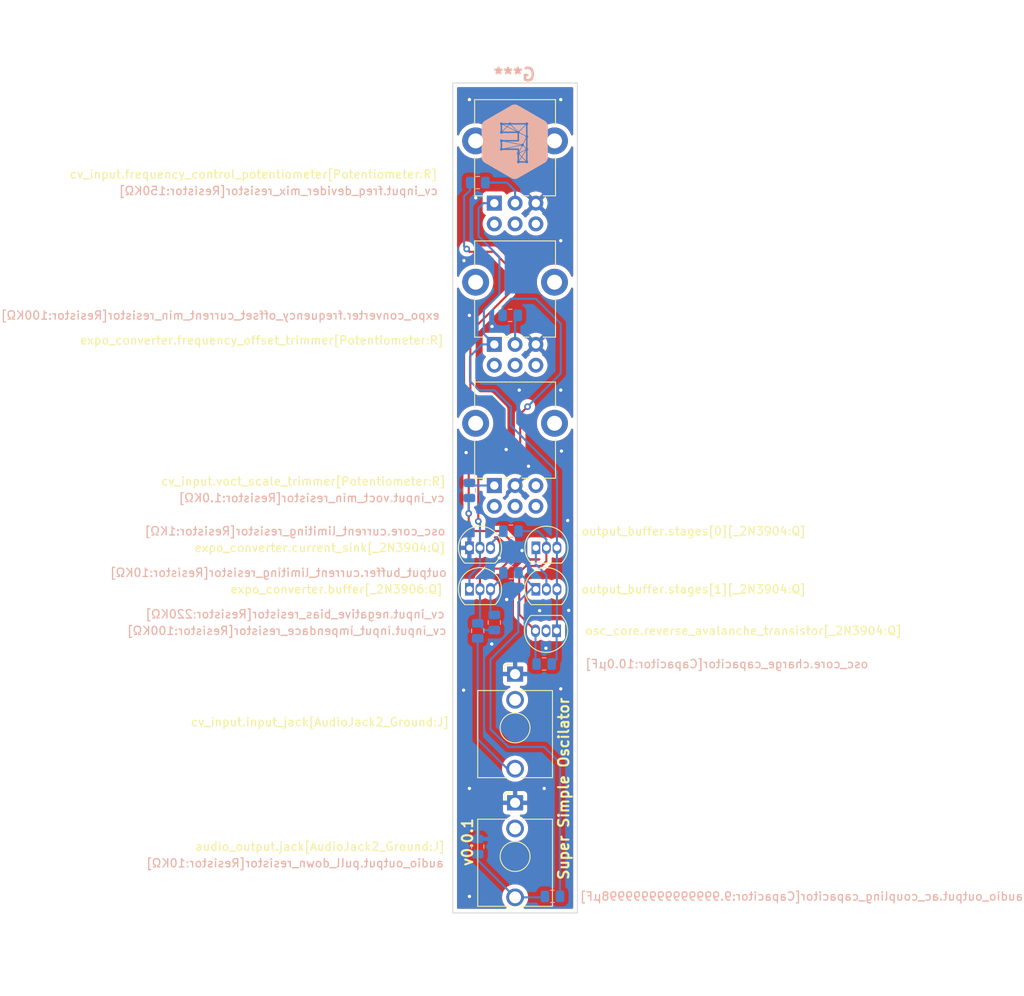
<source format=kicad_pcb>
(kicad_pcb (version 20211014) (generator pcbnew)
  (title_block (title "eurorack-super_simple_oscillator") (date "2022-10-21") (rev "v0.0.1"))
  (layers (0 "F.Cu" signal) (31 "B.Cu" signal) (34 "B.Paste" user) (35 "F.Paste" user) (36 "B.SilkS" user "B.Silkscreen") (37 "F.SilkS" user "F.Silkscreen") (38 "B.Mask" user) (39 "F.Mask" user) (44 "Edge.Cuts" user))
  (net 0 "")
  (net 1 "audio_output[audio_output:virt]:2-output_buffer[output_buffer:virt]:3")
  (net 2 "audio_output.ac_coupling_capacitor[Capacitor:9.999999999999998µF]-audio_output.jack[AudioJack2_Ground:J]-audio_output.pull_down_resistor[Resistor:10KΩ]")
  (net 3 "[Kassutronics_Avalance_VCO:virt]-cv_input[cv_input:virt]:2-cv_input.voct_scale_trimmer.resistors[0][Resistor:virt]:2-expo_converter[expo_converter:virt]:3-expo_converter.frequency_offset_trimmer.resistors[1][Resistor:virt]-cv_input.frequency_control_potentiometer.resistors[1][Resistor:virt]-cv_input.voct_scale_trimmer.resistors[1][Resistor:virt]:2-audio_output[audio_output:virt]")
  (net 4 "cv_input[cv_input:virt]-expo_converter[expo_converter:virt]")
  (net 5 "cv_input.frequency_control_potentiometer.resistors[0][Resistor:virt]:2-cv_input.frequency_control_potentiometer.resistors[1][Resistor:virt]:2")
  (net 6 "cv_input.input_jack[AudioJack2_Ground:J]-cv_input.input_impendace_resistor[Resistor:100KΩ]")
  (net 7 "[Kassutronics_Avalance_VCO:virt]:3-cv_input[cv_input:virt]:4-expo_converter[expo_converter:virt]:5-output_buffer[output_buffer:virt]:2")
  (net 8 "cv_input.voct_scale_trimmer.resistors[0][Resistor:virt]")
  (net 9 "expo_converter.frequency_offset_current_min_resistor[Resistor:100KΩ]-expo_converter.buffer[_2N3906:Q]-expo_converter.current_sink[_2N3904:Q]")
  (net 10 "expo_converter.frequency_offset_trimmer.resistors[0][Resistor:virt]:2-expo_converter.frequency_offset_trimmer.resistors[1][Resistor:virt]:2")
  (net 11 "osc_core[osc_core:virt]:3-output_buffer[output_buffer:virt]:4")
  (net 12 "cv_input.frequency_control_potentiometer.resistors[0][Resistor:virt]-output_buffer[output_buffer:virt]-osc_core[osc_core:virt]:2-expo_converter.frequency_offset_trimmer.resistors[0][Resistor:virt]-[Kassutronics_Avalance_VCO:virt]:2-cv_input[cv_input:virt]:3-expo_converter[expo_converter:virt]:4")
  (net 13 "osc_core[osc_core:virt]-expo_converter[expo_converter:virt]:2")
  (net 14 "output_buffer.stages[1][_2N3904:Q]-output_buffer.stages[0][_2N3904:Q]")
  (footprint "Package_TO_SOT_THT:TO-92_Inline" (layer "F.Cu") (at 132 106)
    (fp_text reference "expo_converter.current_sink[_2N3904:Q]" (at -18 0) (layer "F.SilkS"))
    (fp_text value "Q")
    (pad "1" thru_hole rect (at 0 0) (size 1.05 1.5) (drill 0.75) (layers *.Cu *.Mask) (net 3 "[Kassutronics_Avalance_VCO:virt]-cv_input[cv_input:virt]:2-cv_input.voct_scale_trimmer.resistors[0][Resistor:virt]:2-expo_converter[expo_converter:virt]:3-expo_converter.frequency_offset_trimmer.resistors[1][Resistor:virt]-cv_input.frequency_control_potentiometer.resistors[1][Resistor:virt]-cv_input.voct_scale_trimmer.resistors[1][Resistor:virt]:2-audio_output[audio_output:virt]"))
    (pad "2" thru_hole oval (at 1.27 0) (size 1.05 1.5) (drill 0.75) (layers *.Cu *.Mask) (net 9 "expo_converter.frequency_offset_current_min_resistor[Resistor:100KΩ]-expo_converter.buffer[_2N3906:Q]-expo_converter.current_sink[_2N3904:Q]"))
    (pad "3" thru_hole oval (at 2.54 0) (size 1.05 1.5) (drill 0.75) (layers *.Cu *.Mask) (net 13 "osc_core[osc_core:virt]-expo_converter[expo_converter:virt]:2"))
  )
  (footprint "Potentiometer_THT:Potentiometer_Alpha_RD902F-40-00D_Dual_Vertical_CircularHoles" (layer "F.Cu") (at 135 98.5 90)
    (fp_text reference "cv_input.voct_scale_trimmer[Potentiometer:R]" (at 0.5 -23 180) (layer "F.SilkS"))
    (fp_text value "R")
    (pad "" thru_hole circle (at 7.5 7.25 180) (size 3.24 3.24) (drill 1.8) (layers *.Cu *.Mask))
    (pad "" thru_hole circle (at 7.5 -2.25 180) (size 3.24 3.24) (drill 1.8) (layers *.Cu *.Mask))
    (pad "1" thru_hole rect (at 0 0 180) (size 1.8 1.8) (drill 1) (layers *.Cu *.Mask) (net 8 "cv_input.voct_scale_trimmer.resistors[0][Resistor:virt]"))
    (pad "2" thru_hole circle (at 0 2.5 180) (size 1.8 1.8) (drill 1) (layers *.Cu *.Mask) (net 3 "[Kassutronics_Avalance_VCO:virt]-cv_input[cv_input:virt]:2-cv_input.voct_scale_trimmer.resistors[0][Resistor:virt]:2-expo_converter[expo_converter:virt]:3-expo_converter.frequency_offset_trimmer.resistors[1][Resistor:virt]-cv_input.frequency_control_potentiometer.resistors[1][Resistor:virt]-cv_input.voct_scale_trimmer.resistors[1][Resistor:virt]:2-audio_output[audio_output:virt]"))
    (pad "3" thru_hole circle (at 0 5 180) (size 1.8 1.8) (drill 1) (layers *.Cu *.Mask))
    (pad "4" thru_hole circle (at -2.5 0 180) (size 1.8 1.8) (drill 1) (layers *.Cu *.Mask))
    (pad "5" thru_hole circle (at -2.5 2.5 180) (size 1.8 1.8) (drill 1) (layers *.Cu *.Mask))
    (pad "6" thru_hole circle (at -2.5 5 180) (size 1.8 1.8) (drill 1) (layers *.Cu *.Mask))
  )
  (footprint "Package_TO_SOT_THT:TO-92_Inline" (layer "F.Cu") (at 132 111)
    (fp_text reference "expo_converter.buffer[_2N3906:Q]" (at -16 0) (layer "F.SilkS"))
    (fp_text value "Q")
    (pad "1" thru_hole rect (at 0 0) (size 1.05 1.5) (drill 0.75) (layers *.Cu *.Mask) (net 9 "expo_converter.frequency_offset_current_min_resistor[Resistor:100KΩ]-expo_converter.buffer[_2N3906:Q]-expo_converter.current_sink[_2N3904:Q]"))
    (pad "2" thru_hole oval (at 1.27 0) (size 1.05 1.5) (drill 0.75) (layers *.Cu *.Mask) (net 4 "cv_input[cv_input:virt]-expo_converter[expo_converter:virt]"))
    (pad "3" thru_hole oval (at 2.54 0) (size 1.05 1.5) (drill 0.75) (layers *.Cu *.Mask) (net 7 "[Kassutronics_Avalance_VCO:virt]:3-cv_input[cv_input:virt]:4-expo_converter[expo_converter:virt]:5-output_buffer[output_buffer:virt]:2"))
  )
  (footprint "Package_TO_SOT_THT:TO-92_Inline" (layer "F.Cu") (at 142.5 116 180)
    (fp_text reference "osc_core.reverse_avalanche_transistor[_2N3904:Q]" (at -22.5 0) (layer "F.SilkS"))
    (fp_text value "Q")
    (pad "1" thru_hole rect (at 0 0 180) (size 1.05 1.5) (drill 0.75) (layers *.Cu *.Mask) (net 12 "cv_input.frequency_control_potentiometer.resistors[0][Resistor:virt]-output_buffer[output_buffer:virt]-osc_core[osc_core:virt]:2-expo_converter.frequency_offset_trimmer.resistors[0][Resistor:virt]-[Kassutronics_Avalance_VCO:virt]:2-cv_input[cv_input:virt]:3-expo_converter[expo_converter:virt]:4"))
    (pad "2" thru_hole oval (at 1.27 0 180) (size 1.05 1.5) (drill 0.75) (layers *.Cu *.Mask))
    (pad "3" thru_hole oval (at 2.54 0 180) (size 1.05 1.5) (drill 0.75) (layers *.Cu *.Mask) (net 11 "osc_core[osc_core:virt]:3-output_buffer[output_buffer:virt]:4"))
  )
  (footprint "Potentiometer_THT:Potentiometer_Alpha_RD902F-40-00D_Dual_Vertical_CircularHoles" (layer "F.Cu") (at 135 81.5 90)
    (fp_text reference "expo_converter.frequency_offset_trimmer[Potentiometer:R]" (at 0.5 -28 180) (layer "F.SilkS"))
    (fp_text value "R")
    (pad "" thru_hole circle (at 7.5 -2.25 180) (size 3.24 3.24) (drill 1.8) (layers *.Cu *.Mask))
    (pad "" thru_hole circle (at 7.5 7.25 180) (size 3.24 3.24) (drill 1.8) (layers *.Cu *.Mask))
    (pad "1" thru_hole rect (at 0 0 180) (size 1.8 1.8) (drill 1) (layers *.Cu *.Mask) (net 12 "cv_input.frequency_control_potentiometer.resistors[0][Resistor:virt]-output_buffer[output_buffer:virt]-osc_core[osc_core:virt]:2-expo_converter.frequency_offset_trimmer.resistors[0][Resistor:virt]-[Kassutronics_Avalance_VCO:virt]:2-cv_input[cv_input:virt]:3-expo_converter[expo_converter:virt]:4"))
    (pad "2" thru_hole circle (at 0 2.5 180) (size 1.8 1.8) (drill 1) (layers *.Cu *.Mask) (net 10 "expo_converter.frequency_offset_trimmer.resistors[0][Resistor:virt]:2-expo_converter.frequency_offset_trimmer.resistors[1][Resistor:virt]:2"))
    (pad "3" thru_hole circle (at 0 5 180) (size 1.8 1.8) (drill 1) (layers *.Cu *.Mask) (net 3 "[Kassutronics_Avalance_VCO:virt]-cv_input[cv_input:virt]:2-cv_input.voct_scale_trimmer.resistors[0][Resistor:virt]:2-expo_converter[expo_converter:virt]:3-expo_converter.frequency_offset_trimmer.resistors[1][Resistor:virt]-cv_input.frequency_control_potentiometer.resistors[1][Resistor:virt]-cv_input.voct_scale_trimmer.resistors[1][Resistor:virt]:2-audio_output[audio_output:virt]"))
    (pad "4" thru_hole circle (at -2.5 0 180) (size 1.8 1.8) (drill 1) (layers *.Cu *.Mask))
    (pad "5" thru_hole circle (at -2.5 2.5 180) (size 1.8 1.8) (drill 1) (layers *.Cu *.Mask))
    (pad "6" thru_hole circle (at -2.5 5 180) (size 1.8 1.8) (drill 1) (layers *.Cu *.Mask))
  )
  (footprint "Package_TO_SOT_THT:TO-92_Inline" (layer "F.Cu") (at 140 111)
    (fp_text reference "output_buffer.stages[1][_2N3904:Q]" (at 19 0) (layer "F.SilkS"))
    (fp_text value "Q")
    (pad "1" thru_hole rect (at 0 0) (size 1.05 1.5) (drill 0.75) (layers *.Cu *.Mask) (net 1 "audio_output[audio_output:virt]:2-output_buffer[output_buffer:virt]:3"))
    (pad "2" thru_hole oval (at 1.27 0) (size 1.05 1.5) (drill 0.75) (layers *.Cu *.Mask) (net 14 "output_buffer.stages[1][_2N3904:Q]-output_buffer.stages[0][_2N3904:Q]"))
    (pad "3" thru_hole oval (at 2.54 0) (size 1.05 1.5) (drill 0.75) (layers *.Cu *.Mask) (net 12 "cv_input.frequency_control_potentiometer.resistors[0][Resistor:virt]-output_buffer[output_buffer:virt]-osc_core[osc_core:virt]:2-expo_converter.frequency_offset_trimmer.resistors[0][Resistor:virt]-[Kassutronics_Avalance_VCO:virt]:2-cv_input[cv_input:virt]:3-expo_converter[expo_converter:virt]:4"))
  )
  (footprint "Package_TO_SOT_THT:TO-92_Inline" (layer "F.Cu") (at 140 106)
    (fp_text reference "output_buffer.stages[0][_2N3904:Q]" (at 19 -2) (layer "F.SilkS"))
    (fp_text value "Q")
    (pad "1" thru_hole rect (at 0 0) (size 1.05 1.5) (drill 0.75) (layers *.Cu *.Mask) (net 14 "output_buffer.stages[1][_2N3904:Q]-output_buffer.stages[0][_2N3904:Q]"))
    (pad "2" thru_hole oval (at 1.27 0) (size 1.05 1.5) (drill 0.75) (layers *.Cu *.Mask) (net 11 "osc_core[osc_core:virt]:3-output_buffer[output_buffer:virt]:4"))
    (pad "3" thru_hole oval (at 2.54 0) (size 1.05 1.5) (drill 0.75) (layers *.Cu *.Mask) (net 12 "cv_input.frequency_control_potentiometer.resistors[0][Resistor:virt]-output_buffer[output_buffer:virt]-osc_core[osc_core:virt]:2-expo_converter.frequency_offset_trimmer.resistors[0][Resistor:virt]-[Kassutronics_Avalance_VCO:virt]:2-cv_input[cv_input:virt]:3-expo_converter[expo_converter:virt]:4"))
  )
  (footprint "Connector_Audio:Jack_3.5mm_QingPu_WQP-PJ398SM_Vertical_CircularHoles" (layer "F.Cu") (at 137.5 121.22)
    (fp_text reference "cv_input.input_jack[AudioJack2_Ground:J]" (at -23.5 5.78 180) (layer "F.SilkS"))
    (fp_text value "J")
    (pad "S" thru_hole rect (at 0 0 180) (size 1.93 1.83) (drill 1.22) (layers *.Cu *.Mask) (net 3 "[Kassutronics_Avalance_VCO:virt]-cv_input[cv_input:virt]:2-cv_input.voct_scale_trimmer.resistors[0][Resistor:virt]:2-expo_converter[expo_converter:virt]:3-expo_converter.frequency_offset_trimmer.resistors[1][Resistor:virt]-cv_input.frequency_control_potentiometer.resistors[1][Resistor:virt]-cv_input.voct_scale_trimmer.resistors[1][Resistor:virt]:2-audio_output[audio_output:virt]"))
    (pad "T" thru_hole circle (at 0 11.4 180) (size 2.13 2.13) (drill 1.43) (layers *.Cu *.Mask) (net 6 "cv_input.input_jack[AudioJack2_Ground:J]-cv_input.input_impendace_resistor[Resistor:100KΩ]"))
    (pad "TN" thru_hole circle (at 0 3.1 180) (size 2.13 2.13) (drill 1.42) (layers *.Cu *.Mask))
    (zone (net 0) (net_name "") (layer "F.Cu") (connect_pads (clearance 0)) (min_thickness 0.254)
      (keepout (tracks not_allowed) (vias not_allowed) (pads not_allowed) (copperpour not_allowed) (footprints not_allowed))
      (fill (thermal_gap 0.508) (thermal_bridge_width 0.508))
      (polygon (pts (xy 139.005141 127.7) (xy 138.98493 127.454171) (xy 138.924841 127.214945) (xy 138.826486 126.988744) (xy 138.692508 126.781645) (xy 138.526504 126.59921) (xy 138.332932 126.446336) (xy 138.116992 126.327131) (xy 137.884482 126.244794) (xy 137.641646 126.201539) (xy 137.395007 126.198525) (xy 137.151187 126.235835) (xy 136.916734 126.312466) (xy 136.697946 126.42636) (xy 136.500697 126.574458) (xy 136.330286 126.752784) (xy 136.191288 126.956548) (xy 136.087436 127.180278) (xy 136.021519 127.417965) (xy 135.995308 127.663226) (xy 136.009507 127.909475) (xy 136.063734 128.150099) (xy 136.156532 128.378634) (xy 136.285411 128.588945) (xy 136.446908 128.775382) (xy 136.636687 128.932939) (xy 136.84965 129.057385) (xy 137.080079 129.145377) (xy 137.321785 129.194553) (xy 137.568278 129.203592) (xy 137.812936 129.17225) (xy 138.049191 129.10137) (xy 138.270697 128.992856) (xy 138.471505 128.849621) (xy 138.646223 128.675512) (xy 138.790158 128.475205) (xy 138.899445 128.254079) (xy 138.971149 128.018074) (xy 139.003344 127.773526)))
    )
  )
  (footprint "Connector_Audio:Jack_3.5mm_QingPu_WQP-PJ398SM_Vertical_CircularHoles" (layer "F.Cu") (at 137.5 136.72)
    (fp_text reference "audio_output.jack[AudioJack2_Ground:J]" (at -23.5 5.28 180) (layer "F.SilkS"))
    (fp_text value "J")
    (pad "S" thru_hole rect (at 0 0 180) (size 1.93 1.83) (drill 1.22) (layers *.Cu *.Mask) (net 3 "[Kassutronics_Avalance_VCO:virt]-cv_input[cv_input:virt]:2-cv_input.voct_scale_trimmer.resistors[0][Resistor:virt]:2-expo_converter[expo_converter:virt]:3-expo_converter.frequency_offset_trimmer.resistors[1][Resistor:virt]-cv_input.frequency_control_potentiometer.resistors[1][Resistor:virt]-cv_input.voct_scale_trimmer.resistors[1][Resistor:virt]:2-audio_output[audio_output:virt]"))
    (pad "T" thru_hole circle (at 0 11.4 180) (size 2.13 2.13) (drill 1.43) (layers *.Cu *.Mask) (net 2 "audio_output.ac_coupling_capacitor[Capacitor:9.999999999999998µF]-audio_output.jack[AudioJack2_Ground:J]-audio_output.pull_down_resistor[Resistor:10KΩ]"))
    (pad "TN" thru_hole circle (at 0 3.1 180) (size 2.13 2.13) (drill 1.42) (layers *.Cu *.Mask))
    (zone (net 0) (net_name "") (layer "F.Cu") (connect_pads (clearance 0)) (min_thickness 0.254)
      (keepout (tracks not_allowed) (vias not_allowed) (pads not_allowed) (copperpour not_allowed) (footprints not_allowed))
      (fill (thermal_gap 0.508) (thermal_bridge_width 0.508))
      (polygon (pts (xy 139.005141 143.2) (xy 138.98493 142.954171) (xy 138.924841 142.714945) (xy 138.826486 142.488744) (xy 138.692508 142.281645) (xy 138.526504 142.09921) (xy 138.332932 141.946336) (xy 138.116992 141.827131) (xy 137.884482 141.744794) (xy 137.641646 141.701539) (xy 137.395007 141.698525) (xy 137.151187 141.735835) (xy 136.916734 141.812466) (xy 136.697946 141.92636) (xy 136.500697 142.074458) (xy 136.330286 142.252784) (xy 136.191288 142.456548) (xy 136.087436 142.680278) (xy 136.021519 142.917965) (xy 135.995308 143.163226) (xy 136.009507 143.409475) (xy 136.063734 143.650099) (xy 136.156532 143.878634) (xy 136.285411 144.088945) (xy 136.446908 144.275382) (xy 136.636687 144.432939) (xy 136.84965 144.557385) (xy 137.080079 144.645377) (xy 137.321785 144.694553) (xy 137.568278 144.703592) (xy 137.812936 144.67225) (xy 138.049191 144.60137) (xy 138.270697 144.492856) (xy 138.471505 144.349621) (xy 138.646223 144.175512) (xy 138.790158 143.975205) (xy 138.899445 143.754079) (xy 138.971149 143.518074) (xy 139.003344 143.273526)))
    )
  )
  (footprint "Potentiometer_THT:Potentiometer_Alpha_RD902F-40-00D_Dual_Vertical_CircularHoles" (layer "F.Cu") (at 135 64.475 90)
    (fp_text reference "cv_input.frequency_control_potentiometer[Potentiometer:R]" (at 3.475 -29 180) (layer "F.SilkS"))
    (fp_text value "R")
    (pad "" thru_hole circle (at 7.5 -2.25 180) (size 3.24 3.24) (drill 1.8) (layers *.Cu *.Mask))
    (pad "" thru_hole circle (at 7.5 7.25 180) (size 3.24 3.24) (drill 1.8) (layers *.Cu *.Mask))
    (pad "1" thru_hole rect (at 0 0 180) (size 1.8 1.8) (drill 1) (layers *.Cu *.Mask) (net 12 "cv_input.frequency_control_potentiometer.resistors[0][Resistor:virt]-output_buffer[output_buffer:virt]-osc_core[osc_core:virt]:2-expo_converter.frequency_offset_trimmer.resistors[0][Resistor:virt]-[Kassutronics_Avalance_VCO:virt]:2-cv_input[cv_input:virt]:3-expo_converter[expo_converter:virt]:4"))
    (pad "2" thru_hole circle (at 0 2.5 180) (size 1.8 1.8) (drill 1) (layers *.Cu *.Mask) (net 5 "cv_input.frequency_control_potentiometer.resistors[0][Resistor:virt]:2-cv_input.frequency_control_potentiometer.resistors[1][Resistor:virt]:2"))
    (pad "3" thru_hole circle (at 0 5 180) (size 1.8 1.8) (drill 1) (layers *.Cu *.Mask) (net 3 "[Kassutronics_Avalance_VCO:virt]-cv_input[cv_input:virt]:2-cv_input.voct_scale_trimmer.resistors[0][Resistor:virt]:2-expo_converter[expo_converter:virt]:3-expo_converter.frequency_offset_trimmer.resistors[1][Resistor:virt]-cv_input.frequency_control_potentiometer.resistors[1][Resistor:virt]-cv_input.voct_scale_trimmer.resistors[1][Resistor:virt]:2-audio_output[audio_output:virt]"))
    (pad "4" thru_hole circle (at -2.5 0 180) (size 1.8 1.8) (drill 1) (layers *.Cu *.Mask))
    (pad "5" thru_hole circle (at -2.5 2.5 180) (size 1.8 1.8) (drill 1) (layers *.Cu *.Mask))
    (pad "6" thru_hole circle (at -2.5 5 180) (size 1.8 1.8) (drill 1) (layers *.Cu *.Mask))
  )
  (footprint "Resistor_SMD:R_0805_2012Metric" (layer "B.Cu") (at 132 99.0875 90)
    (fp_text reference "cv_input.voct_min_resistor[Resistor:1.0KΩ]" (at -0.9125 -19 180) (layer "B.SilkS") (effects (justify mirror)))
    (fp_text value "1.0KΩ")
    (pad "1" smd roundrect (at -0.9125 0 90) (size 1.025 1.4) (layers "B.Cu" "B.Paste" "B.Mask") (roundrect_rratio 0.243902) (net 4 "cv_input[cv_input:virt]-expo_converter[expo_converter:virt]"))
    (pad "2" smd roundrect (at 0.9125 0 90) (size 1.025 1.4) (layers "B.Cu" "B.Paste" "B.Mask") (roundrect_rratio 0.243902) (net 8 "cv_input.voct_scale_trimmer.resistors[0][Resistor:virt]"))
  )
  (footprint "Resistor_SMD:R_0805_2012Metric" (layer "B.Cu") (at 137 104)
    (fp_text reference "osc_core.current_limiting_resistor[Resistor:1KΩ]" (at -26 0) (layer "B.SilkS") (effects (justify mirror)))
    (fp_text value "1KΩ")
    (pad "1" smd roundrect (at -0.9125 0) (size 1.025 1.4) (layers "B.Cu" "B.Paste" "B.Mask") (roundrect_rratio 0.243902) (net 13 "osc_core[osc_core:virt]-expo_converter[expo_converter:virt]:2"))
    (pad "2" smd roundrect (at 0.9125 0) (size 1.025 1.4) (layers "B.Cu" "B.Paste" "B.Mask") (roundrect_rratio 0.243902) (net 11 "osc_core[osc_core:virt]:3-output_buffer[output_buffer:virt]:4"))
  )
  (footprint "Resistor_SMD:R_0805_2012Metric" (layer "B.Cu") (at 133 116 90)
    (fp_text reference "cv_input.input_impendace_resistor[Resistor:100KΩ]" (at 0 -23 180) (layer "B.SilkS") (effects (justify mirror)))
    (fp_text value "100KΩ")
    (pad "1" smd roundrect (at -0.9125 0 90) (size 1.025 1.4) (layers "B.Cu" "B.Paste" "B.Mask") (roundrect_rratio 0.243902) (net 6 "cv_input.input_jack[AudioJack2_Ground:J]-cv_input.input_impendace_resistor[Resistor:100KΩ]"))
    (pad "2" smd roundrect (at 0.9125 0 90) (size 1.025 1.4) (layers "B.Cu" "B.Paste" "B.Mask") (roundrect_rratio 0.243902) (net 4 "cv_input[cv_input:virt]-expo_converter[expo_converter:virt]"))
  )
  (footprint "Resistor_SMD:R_0805_2012Metric" (layer "B.Cu") (at 141 120)
    (fp_text reference "osc_core.charge_capacitor[Capacitor:10.0µF]" (at 22 0) (layer "B.SilkS") (effects (justify mirror)))
    (fp_text value "10.0µF")
    (pad "1" smd roundrect (at -0.9125 0) (size 1.025 1.4) (layers "B.Cu" "B.Paste" "B.Mask") (roundrect_rratio 0.243902) (net 11 "osc_core[osc_core:virt]:3-output_buffer[output_buffer:virt]:4"))
    (pad "2" smd roundrect (at 0.9125 0) (size 1.025 1.4) (layers "B.Cu" "B.Paste" "B.Mask") (roundrect_rratio 0.243902) (net 12 "cv_input.frequency_control_potentiometer.resistors[0][Resistor:virt]-output_buffer[output_buffer:virt]-osc_core[osc_core:virt]:2-expo_converter.frequency_offset_trimmer.resistors[0][Resistor:virt]-[Kassutronics_Avalance_VCO:virt]:2-cv_input[cv_input:virt]:3-expo_converter[expo_converter:virt]:4"))
  )
  (footprint "Resistor_SMD:R_0805_2012Metric" (layer "B.Cu") (at 133 62)
    (fp_text reference "cv_input.freq_devider_mix_resistor[Resistor:150KΩ]" (at -24 1) (layer "B.SilkS") (effects (justify mirror)))
    (fp_text value "150KΩ")
    (pad "1" smd roundrect (at -0.9125 0) (size 1.025 1.4) (layers "B.Cu" "B.Paste" "B.Mask") (roundrect_rratio 0.243902) (net 4 "cv_input[cv_input:virt]-expo_converter[expo_converter:virt]"))
    (pad "2" smd roundrect (at 0.9125 0) (size 1.025 1.4) (layers "B.Cu" "B.Paste" "B.Mask") (roundrect_rratio 0.243902) (net 5 "cv_input.frequency_control_potentiometer.resistors[0][Resistor:virt]:2-cv_input.frequency_control_potentiometer.resistors[1][Resistor:virt]:2"))
  )
  (footprint "Resistor_SMD:R_0805_2012Metric" (layer "B.Cu") (at 135 115 90)
    (fp_text reference "cv_input.negative_bias_resistor[Resistor:220KΩ]" (at 1 -24 180) (layer "B.SilkS") (effects (justify mirror)))
    (fp_text value "220KΩ")
    (pad "1" smd roundrect (at -0.9125 0 90) (size 1.025 1.4) (layers "B.Cu" "B.Paste" "B.Mask") (roundrect_rratio 0.243902) (net 4 "cv_input[cv_input:virt]-expo_converter[expo_converter:virt]"))
    (pad "2" smd roundrect (at 0.9125 0 90) (size 1.025 1.4) (layers "B.Cu" "B.Paste" "B.Mask") (roundrect_rratio 0.243902) (net 7 "[Kassutronics_Avalance_VCO:virt]:3-cv_input[cv_input:virt]:4-expo_converter[expo_converter:virt]:5-output_buffer[output_buffer:virt]:2"))
  )
  (footprint "Resistor_SMD:R_0805_2012Metric" (layer "B.Cu") (at 133 142 90)
    (fp_text reference "audio_output.pull_down_resistor[Resistor:10KΩ]" (at -2 -22 180) (layer "B.SilkS") (effects (justify mirror)))
    (fp_text value "10KΩ")
    (pad "1" smd roundrect (at -0.9125 0 90) (size 1.025 1.4) (layers "B.Cu" "B.Paste" "B.Mask") (roundrect_rratio 0.243902) (net 2 "audio_output.ac_coupling_capacitor[Capacitor:9.999999999999998µF]-audio_output.jack[AudioJack2_Ground:J]-audio_output.pull_down_resistor[Resistor:10KΩ]"))
    (pad "2" smd roundrect (at 0.9125 0 90) (size 1.025 1.4) (layers "B.Cu" "B.Paste" "B.Mask") (roundrect_rratio 0.243902) (net 3 "[Kassutronics_Avalance_VCO:virt]-cv_input[cv_input:virt]:2-cv_input.voct_scale_trimmer.resistors[0][Resistor:virt]:2-expo_converter[expo_converter:virt]:3-expo_converter.frequency_offset_trimmer.resistors[1][Resistor:virt]-cv_input.frequency_control_potentiometer.resistors[1][Resistor:virt]-cv_input.voct_scale_trimmer.resistors[1][Resistor:virt]:2-audio_output[audio_output:virt]"))
  )
  (footprint "Resistor_SMD:R_0805_2012Metric" (layer "B.Cu") (at 142 148 180)
    (fp_text reference "audio_output.ac_coupling_capacitor[Capacitor:9.999999999999998µF]" (at -30 0) (layer "B.SilkS") (effects (justify mirror)))
    (fp_text value "9.999999999999998µF")
    (pad "1" smd roundrect (at -0.9125 0 180) (size 1.025 1.4) (layers "B.Cu" "B.Paste" "B.Mask") (roundrect_rratio 0.243902) (net 1 "audio_output[audio_output:virt]:2-output_buffer[output_buffer:virt]:3"))
    (pad "2" smd roundrect (at 0.9125 0 180) (size 1.025 1.4) (layers "B.Cu" "B.Paste" "B.Mask") (roundrect_rratio 0.243902) (net 2 "audio_output.ac_coupling_capacitor[Capacitor:9.999999999999998µF]-audio_output.jack[AudioJack2_Ground:J]-audio_output.pull_down_resistor[Resistor:10KΩ]"))
  )
  (footprint "Resistor_SMD:R_0805_2012Metric" (layer "B.Cu") (at 137 109 180)
    (fp_text reference "output_buffer.current_limiting_resistor[Resistor:10KΩ]" (at 28 0) (layer "B.SilkS") (effects (justify mirror)))
    (fp_text value "10KΩ")
    (pad "1" smd roundrect (at -0.9125 0 180) (size 1.025 1.4) (layers "B.Cu" "B.Paste" "B.Mask") (roundrect_rratio 0.243902) (net 1 "audio_output[audio_output:virt]:2-output_buffer[output_buffer:virt]:3"))
    (pad "2" smd roundrect (at 0.9125 0 180) (size 1.025 1.4) (layers "B.Cu" "B.Paste" "B.Mask") (roundrect_rratio 0.243902) (net 7 "[Kassutronics_Avalance_VCO:virt]:3-cv_input[cv_input:virt]:4-expo_converter[expo_converter:virt]:5-output_buffer[output_buffer:virt]:2"))
  )
  (footprint "Resistor_SMD:R_0805_2012Metric" (layer "B.Cu") (at 136.9125 78)
    (fp_text reference "expo_converter.frequency_offset_current_min_resistor[Resistor:100KΩ]" (at -34.9125 0) (layer "B.SilkS") (effects (justify mirror)))
    (fp_text value "100KΩ")
    (pad "1" smd roundrect (at -0.9125 0) (size 1.025 1.4) (layers "B.Cu" "B.Paste" "B.Mask") (roundrect_rratio 0.243902) (net 9 "expo_converter.frequency_offset_current_min_resistor[Resistor:100KΩ]-expo_converter.buffer[_2N3906:Q]-expo_converter.current_sink[_2N3904:Q]"))
    (pad "2" smd roundrect (at 0.9125 0) (size 1.025 1.4) (layers "B.Cu" "B.Paste" "B.Mask") (roundrect_rratio 0.243902) (net 10 "expo_converter.frequency_offset_trimmer.resistors[0][Resistor:virt]:2-expo_converter.frequency_offset_trimmer.resistors[1][Resistor:virt]:2"))
  )
  (footprint "logo:faebryk_logo" (layer "B.Cu") (at 137.461259 57.07748 180)
    (fp_text reference "G***" (at 0.038741 8.07748) (layer "B.SilkS") (effects (font (size 1.524 1.524) (thickness 0.3)) (justify mirror)))
    (fp_text value "LOGO" hide)
  )
  (gr_line (start 145 50) (end 145 150) (layer "Edge.Cuts") (width 0.1))
  (gr_line (start 130 150) (end 130 50) (layer "Edge.Cuts") (width 0.1))
  (gr_line (start 130 50) (end 145 50) (layer "Edge.Cuts") (width 0.1))
  (gr_line (start 145 150) (end 130 150) (layer "Edge.Cuts") (width 0.1))
  (gr_text "Super Simple Oscilator" (at 143.352728 135.027132 90) (layer "F.SilkS") (effects (font (size 1.25 1.25) (thickness 0.25))))
  (gr_text "v0.0.1" (at 131.766667 141.471204 90) (layer "F.SilkS") (effects (font (size 1.25 1.25) (thickness 0.25))))
  (segment (start 134.53874 127.856498) (end 134.53874 119.46126) (width 0.25) (layer "B.Cu") (net 1))
  (segment (start 137.640029 116.359971) (end 137.685863 116.359971) (width 0.25) (layer "B.Cu") (net 1))
  (segment (start 137.88936 116.156474) (end 137.88936 112.534227) (width 0.25) (layer "B.Cu") (net 1))
  (segment (start 139.423587 111) (end 140 111) (width 0.25) (layer "B.Cu") (net 1))
  (segment (start 141 130) (end 136.682242 130) (width 0.25) (layer "B.Cu") (net 1))
  (segment (start 142.9125 131.9125) (end 141 130) (width 0.25) (layer "B.Cu") (net 1))
  (segment (start 134.53874 119.46126) (end 137.640029 116.359971) (width 0.25) (layer "B.Cu") (net 1))
  (segment (start 136.682242 130) (end 134.53874 127.856498) (width 0.25) (layer "B.Cu") (net 1))
  (segment (start 137.88936 112.534227) (end 139.423587 111) (width 0.25) (layer "B.Cu") (net 1))
  (segment (start 138 109) (end 137.9125 109) (width 0.25) (layer "B.Cu") (net 1))
  (segment (start 137.685863 116.359971) (end 137.88936 116.156474) (width 0.25) (layer "B.Cu") (net 1))
  (segment (start 142.9125 148) (end 142.9125 131.9125) (width 0.25) (layer "B.Cu") (net 1))
  (segment (start 140 111) (end 138 109) (width 0.25) (layer "B.Cu") (net 1))
  (segment (start 140.9675 148.12) (end 137.5 148.12) (width 0.25) (layer "B.Cu") (net 2))
  (segment (start 133 143.62) (end 133 142.9125) (width 0.25) (layer "B.Cu") (net 2))
  (segment (start 141.0875 148) (end 140.9675 148.12) (width 0.25) (layer "B.Cu") (net 2))
  (segment (start 137.5 148.12) (end 133 143.62) (width 0.25) (layer "B.Cu") (net 2))
  (via (at 143 87) (size 0.8) (drill 0.4) (layers "F.Cu" "B.Cu") (net 3))
  (via (at 134.721737 79.337654) (size 0.8) (drill 0.4) (layers "F.Cu" "B.Cu") (net 3))
  (via (at 143.957489 113.54628) (size 0.8) (drill 0.4) (layers "F.Cu" "B.Cu") (net 3))
  (via (at 132 135) (size 0.8) (drill 0.4) (layers "F.Cu" "B.Cu") (net 3))
  (via (at 132 78) (size 0.8) (drill 0.4) (layers "F.Cu" "B.Cu") (net 3))
  (via (at 141 135) (size 0.8) (drill 0.4) (layers "F.Cu" "B.Cu") (net 3))
  (via (at 131.604464 94.529686) (size 0.8) (drill 0.4) (layers "F.Cu" "B.Cu") (net 3))
  (via (at 138.338558 106.335846) (size 0.8) (drill 0.4) (layers "F.Cu" "B.Cu") (net 3))
  (via (at 132 148) (size 0.8) (drill 0.4) (layers "F.Cu" "B.Cu") (net 3))
  (via (at 141.217063 118.104613) (size 0.8) (drill 0.4) (layers "F.Cu" "B.Cu") (net 3))
  (via (at 132.759722 63.837202) (size 0.8) (drill 0.4) (layers "F.Cu" "B.Cu") (net 3))
  (via (at 143 52) (size 0.8) (drill 0.4) (layers "F.Cu" "B.Cu") (net 3))
  (via (at 139.113504 96.178012) (size 0.8) (drill 0.4) (layers "F.Cu" "B.Cu") (net 3))
  (via (at 132 52) (size 0.8) (drill 0.4) (layers "F.Cu" "B.Cu") (net 3))
  (via (at 143 69) (size 0.8) (drill 0.4) (layers "F.Cu" "B.Cu") (net 3))
  (via (at 131.299219 123.161715) (size 0.8) (drill 0.4) (layers "F.Cu" "B.Cu") (net 3))
  (via (at 140.456584 113.577006) (size 0.8) (drill 0.4) (layers "F.Cu" "B.Cu") (net 3))
  (via (at 136.488392 112.233926) (size 0.8) (drill 0.4) (layers "F.Cu" "B.Cu") (net 3))
  (via (at 143.840067 102.714509) (size 0.8) (drill 0.4) (layers "F.Cu" "B.Cu") (net 3))
  (via (at 138 87) (size 0.8) (drill 0.4) (layers "F.Cu" "B.Cu") (net 3))
  (via (at 134.687367 117.591798) (size 0.8) (drill 0.4) (layers "F.Cu" "B.Cu") (net 3))
  (via (at 135.607176 107.2041) (size 0.8) (drill 0.4) (layers "F.Cu" "B.Cu") (net 3))
  (via (at 136.427343 94.163391) (size 0.8) (drill 0.4) (layers "F.Cu" "B.Cu") (net 3))
  (via (at 143.081695 94.346539) (size 0.8) (drill 0.4) (layers "F.Cu" "B.Cu") (net 3))
  (via (at 143 123) (size 0.8) (drill 0.4) (layers "F.Cu" "B.Cu") (net 3))
  (via (at 131.343683 71.400661) (size 0.8) (drill 0.4) (layers "F.Cu" "B.Cu") (net 3))
  (segment (start 134.912268 70.333432) (end 136.902016 72.32318) (width 0.25) (layer "F.Cu") (net 4))
  (segment (start 131.674404 70) (end 132.007836 70.333432) (width 0.25) (layer "F.Cu") (net 4))
  (segment (start 133.668674 95.308704) (end 133.34308 95.308704) (width 0.25) (layer "F.Cu") (net 4))
  (segment (start 136.902016 72.59863) (end 136.894599 72.606047) (width 0.25) (layer "F.Cu") (net 4))
  (segment (start 134.488393 108.511607) (end 135.821825 108.511607) (width 0.25) (layer "F.Cu") (net 4))
  (segment (start 135.821825 108.511607) (end 136.880009 107.453423) (width 0.25) (layer "F.Cu") (net 4))
  (segment (start 135.947841 89.366591) (end 135.947841 93.029537) (width 0.25) (layer "F.Cu") (net 4))
  (segment (start 132.116481 87.041109) (end 132.976785 87.901413) (width 0.25) (layer "F.Cu") (net 4))
  (segment (start 133.27 111) (end 133.27 109.73) (width 0.25) (layer "F.Cu") (net 4))
  (segment (start 132.116481 80) (end 132.116481 87.041109) (width 0.25) (layer "F.Cu") (net 4))
  (segment (start 136.894599 75.221882) (end 132.116481 80) (width 0.25) (layer "F.Cu") (net 4))
  (segment (start 132.007836 70.333432) (end 134.912268 70.333432) (width 0.25) (layer "F.Cu") (net 4))
  (segment (start 133.34308 95.308704) (end 131.914682 96.737102) (width 0.25) (layer "F.Cu") (net 4))
  (segment (start 136.880009 107.453423) (end 136.880009 105.065724) (width 0.25) (layer "F.Cu") (net 4))
  (segment (start 131.914682 96.737102) (end 131.914682 101.864038) (width 0.25) (layer "F.Cu") (net 4))
  (segment (start 136.894599 72.606047) (end 136.894599 75.221882) (width 0.25) (layer "F.Cu") (net 4))
  (segment (start 136.880009 105.065724) (end 135.794692 103.980407) (width 0.25) (layer "F.Cu") (net 4))
  (segment (start 131.914682 103.600545) (end 131.914682 101.864038) (width 0.25) (layer "F.Cu") (net 4))
  (segment (start 133.27 109.73) (end 134.488393 108.511607) (width 0.25) (layer "F.Cu") (net 4))
  (segment (start 135.794692 103.980407) (end 132.294544 103.980407) (width 0.25) (layer "F.Cu") (net 4))
  (segment (start 135.947841 93.029537) (end 133.668674 95.308704) (width 0.25) (layer "F.Cu") (net 4))
  (segment (start 132.976785 87.901413) (end 134.482663 87.901413) (width 0.25) (layer "F.Cu") (net 4))
  (segment (start 134.482663 87.901413) (end 135.947841 89.366591) (width 0.25) (layer "F.Cu") (net 4))
  (segment (start 136.902016 72.32318) (end 136.902016 72.59863) (width 0.25) (layer "F.Cu") (net 4))
  (segment (start 132.294544 103.980407) (end 131.914682 103.600545) (width 0.25) (layer "F.Cu") (net 4))
  (via (at 131.914682 101.864038) (size 0.8) (drill 0.4) (layers "F.Cu" "B.Cu") (net 4))
  (via (at 131.674404 70) (size 0.8) (drill 0.4) (layers "F.Cu" "B.Cu") (net 4))
  (segment (start 133.825 115.9125) (end 133 115.0875) (width 0.25) (layer "B.Cu") (net 4))
  (segment (start 132.0875 62.9125) (end 132.0875 62) (width 0.25) (layer "B.Cu") (net 4))
  (segment (start 131.674404 70) (end 131.360268 69.685864) (width 0.25) (layer "B.Cu") (net 4))
  (segment (start 131.360268 69.685864) (end 131.360268 63.639732) (width 0.25) (layer "B.Cu") (net 4))
  (segment (start 131.360268 63.639732) (end 132.0875 62.9125) (width 0.25) (layer "B.Cu") (net 4))
  (segment (start 135 115.9125) (end 133.825 115.9125) (width 0.25) (layer "B.Cu") (net 4))
  (segment (start 133 115.0875) (end 133.27 114.8175) (width 0.25) (layer "B.Cu") (net 4))
  (segment (start 131.914682 101.864038) (end 131.914682 100.085318) (width 0.25) (layer "B.Cu") (net 4))
  (segment (start 133.27 114.8175) (end 133.27 111) (width 0.25) (layer "B.Cu") (net 4))
  (segment (start 131.914682 100.085318) (end 132 100) (width 0.25) (layer "B.Cu") (net 4))
  (segment (start 137.5 64.475) (end 137.5 62.985681) (width 0.25) (layer "B.Cu") (net 5))
  (segment (start 137.5 62.985681) (end 136.514319 62) (width 0.25) (layer "B.Cu") (net 5))
  (segment (start 136.514319 62) (end 133.9125 62) (width 0.25) (layer "B.Cu") (net 5))
  (segment (start 133 129.06) (end 133 116.9125) (width 0.25) (layer "B.Cu") (net 6))
  (segment (start 136.56 132.62) (end 133 129.06) (width 0.25) (layer "B.Cu") (net 6))
  (segment (start 137.5 132.62) (end 136.56 132.62) (width 0.25) (layer "B.Cu") (net 6))
  (segment (start 136.0875 109) (end 136.0875 109.4525) (width 0.25) (layer "B.Cu") (net 7))
  (segment (start 134.54 113.6275) (end 135 114.0875) (width 0.25) (layer "B.Cu") (net 7))
  (segment (start 136.0875 109.4525) (end 134.54 111) (width 0.25) (layer "B.Cu") (net 7))
  (segment (start 134.54 111) (end 134.54 113.6275) (width 0.25) (layer "B.Cu") (net 7))
  (segment (start 132 98.175) (end 132.325 98.5) (width 0.25) (layer "B.Cu") (net 8))
  (segment (start 132.325 98.5) (end 135 98.5) (width 0.25) (layer "B.Cu") (net 8))
  (segment (start 135.864335 96.248114) (end 133.829365 96.248114) (width 0.25) (layer "F.Cu") (net 9))
  (segment (start 139 89) (end 138.116368 89.883632) (width 0.25) (layer "F.Cu") (net 9))
  (segment (start 138.116368 93.996081) (end 135.864335 96.248114) (width 0.25) (layer "F.Cu") (net 9))
  (segment (start 138.116368 89.883632) (end 138.116368 93.996081) (width 0.25) (layer "F.Cu") (net 9))
  (segment (start 133.069643 97.007836) (end 133.069643 102.814285) (width 0.25) (layer "F.Cu") (net 9))
  (segment (start 133.829365 96.248114) (end 133.069643 97.007836) (width 0.25) (layer "F.Cu") (net 9))
  (via (at 133.069643 102.814285) (size 0.8) (drill 0.4) (layers "F.Cu" "B.Cu") (net 9))
  (via (at 139 89) (size 0.8) (drill 0.4) (layers "F.Cu" "B.Cu") (net 9))
  (segment (start 143 85) (end 141 87) (width 0.25) (layer "B.Cu") (net 9))
  (segment (start 143 82) (end 143 85) (width 0.25) (layer "B.Cu") (net 9))
  (segment (start 136 78) (end 136 77) (width 0.25) (layer "B.Cu") (net 9))
  (segment (start 136 77) (end 137 76) (width 0.25) (layer "B.Cu") (net 9))
  (segment (start 137 76) (end 140 76) (width 0.25) (layer "B.Cu") (net 9))
  (segment (start 140 76) (end 143 79) (width 0.25) (layer "B.Cu") (net 9))
  (segment (start 141 87) (end 139 89) (width 0.25) (layer "B.Cu") (net 9))
  (segment (start 133.27 108.175281) (end 133.27 106) (width 0.25) (layer "B.Cu") (net 9))
  (segment (start 143 79) (end 143 82) (width 0.25) (layer "B.Cu") (net 9))
  (segment (start 133.069643 102.814285) (end 133.27 103.014642) (width 0.25) (layer "B.Cu") (net 9))
  (segment (start 132 109.445281) (end 133.27 108.175281) (width 0.25) (layer "B.Cu") (net 9))
  (segment (start 133.27 103.014642) (end 133.27 106) (width 0.25) (layer "B.Cu") (net 9))
  (segment (start 132 111) (end 132 109.445281) (width 0.25) (layer "B.Cu") (net 9))
  (segment (start 137.5 81.5) (end 137.5 78.325) (width 0.25) (layer "B.Cu") (net 10))
  (segment (start 137.5 78.325) (end 137.825 78) (width 0.25) (layer "B.Cu") (net 10))
  (segment (start 138 114.04) (end 138 109) (width 0.25) (layer "F.Cu") (net 11))
  (segment (start 141.27 107.616109) (end 141.27 106) (width 0.25) (layer "F.Cu") (net 11))
  (segment (start 138.813989 108.186011) (end 140.700098 108.186011) (width 0.25) (layer "F.Cu") (net 11))
  (segment (start 138 109) (end 138.813989 108.186011) (width 0.25) (layer "F.Cu") (net 11))
  (segment (start 139.96 116) (end 138 114.04) (width 0.25) (layer "F.Cu") (net 11))
  (segment (start 140.700098 108.186011) (end 141.27 107.616109) (width 0.25) (layer "F.Cu") (net 11))
  (segment (start 140.27 104) (end 137.9125 104) (width 0.25) (layer "B.Cu") (net 11))
  (segment (start 141.27 106) (end 141.27 105) (width 0.25) (layer "B.Cu") (net 11))
  (segment (start 139.96 119.8725) (end 139.96 116) (width 0.25) (layer "B.Cu") (net 11))
  (segment (start 141.27 105) (end 140.27 104) (width 0.25) (layer "B.Cu") (net 11))
  (segment (start 140.0875 120) (end 139.96 119.8725) (width 0.25) (layer "B.Cu") (net 11))
  (segment (start 133.5 81.5) (end 135 81.5) (width 0.25) (layer "B.Cu") (net 12))
  (segment (start 135 87) (end 133.154961 87) (width 0.25) (layer "B.Cu") (net 12))
  (segment (start 142.54 106) (end 142.54 111) (width 0.25) (layer "B.Cu") (net 12))
  (segment (start 133.095568 65.074175) (end 133.694743 64.475) (width 0.25) (layer "B.Cu") (net 12))
  (segment (start 135.612301 70.965029) (end 133.095568 68.448296) (width 0.25) (layer "B.Cu") (net 12))
  (segment (start 142.54 115.96) (end 142.5 116) (width 0.25) (layer "B.Cu") (net 12))
  (segment (start 133.154961 87) (end 132.068739 85.913778) (width 0.25) (layer "B.Cu") (net 12))
  (segment (start 133.694743 64.475) (end 135 64.475) (width 0.25) (layer "B.Cu") (net 12))
  (segment (start 133.740129 80.240129) (end 133.740129 77.34489) (width 0.25) (layer "B.Cu") (net 12))
  (segment (start 142.54 111) (end 142.54 115.96) (width 0.25) (layer "B.Cu") (net 12))
  (segment (start 142.54 96.834543) (end 137 91.294543) (width 0.25) (layer "B.Cu") (net 12))
  (segment (start 142.54 106) (end 142.54 96.834543) (width 0.25) (layer "B.Cu") (net 12))
  (segment (start 135 81.5) (end 133.740129 80.240129) (width 0.25) (layer "B.Cu") (net 12))
  (segment (start 137 89) (end 135 87) (width 0.25) (layer "B.Cu") (net 12))
  (segment (start 132.068739 82.931261) (end 133.5 81.5) (width 0.25) (layer "B.Cu") (net 12))
  (segment (start 135.612301 75.472718) (end 135.612301 70.965029) (width 0.25) (layer "B.Cu") (net 12))
  (segment (start 133.095568 68.448296) (end 133.095568 65.074175) (width 0.25) (layer "B.Cu") (net 12))
  (segment (start 132.068739 85.913778) (end 132.068739 82.931261) (width 0.25) (layer "B.Cu") (net 12))
  (segment (start 133.740129 77.34489) (end 135.612301 75.472718) (width 0.25) (layer "B.Cu") (net 12))
  (segment (start 142.5 119.4125) (end 141.9125 120) (width 0.25) (layer "B.Cu") (net 12))
  (segment (start 137 91.294543) (end 137 89) (width 0.25) (layer "B.Cu") (net 12))
  (segment (start 142.5 116) (end 142.5 119.4125) (width 0.25) (layer "B.Cu") (net 12))
  (segment (start 136.0875 104) (end 134.54 105.5475) (width 0.25) (layer "B.Cu") (net 13))
  (segment (start 134.54 105.5475) (end 134.54 106) (width 0.25) (layer "B.Cu") (net 13))
  (segment (start 141.27 111) (end 141.27 109.27) (width 0.25) (layer "B.Cu") (net 14))
  (segment (start 140 108) (end 140 106) (width 0.25) (layer "B.Cu") (net 14))
  (segment (start 141.27 109.27) (end 140 108) (width 0.25) (layer "B.Cu") (net 14))
  (zone (net 3) (net_name "[Kassutronics_Avalance_VCO:virt]-cv_input[cv_input:virt]:2-cv_input.voct_scale_trimmer.resistors[0][Resistor:virt]:2-expo_converter[expo_converter:virt]:3-expo_converter.frequency_offset_trimmer.resistors[1][Resistor:virt]-cv_input.frequency_control_potentiometer.resistors[1][Resistor:virt]-cv_input.voct_scale_trimmer.resistors[1][Resistor:virt]:2-audio_output[audio_output:virt]") (layers F&B.Cu) (connect_pads (clearance 0.508)) (min_thickness 0.254) (fill yes (thermal_gap 0.508) (thermal_bridge_width 0.508))
    (polygon (pts (xy 160 160) (xy 120 160) (xy 120 40) (xy 160 40)))
  )
)
</source>
